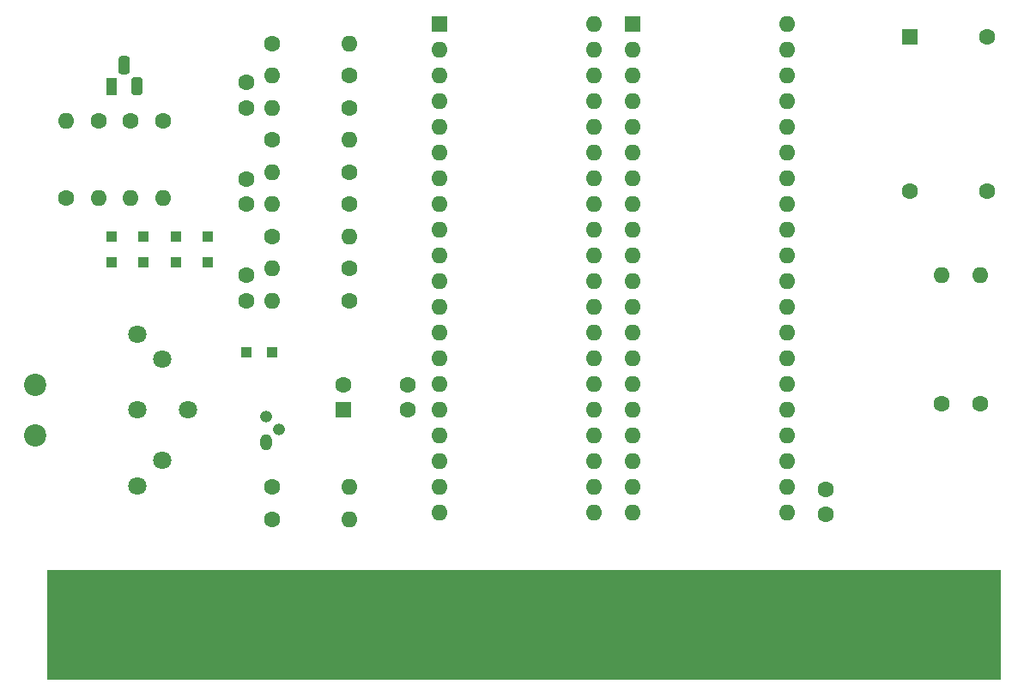
<source format=gts>
G04 #@! TF.GenerationSoftware,KiCad,Pcbnew,(5.1.12)-1*
G04 #@! TF.CreationDate,2025-01-21T15:36:47+00:00*
G04 #@! TF.ProjectId,CPCVideo,43504356-6964-4656-9f2e-6b696361645f,rev?*
G04 #@! TF.SameCoordinates,Original*
G04 #@! TF.FileFunction,Soldermask,Top*
G04 #@! TF.FilePolarity,Negative*
%FSLAX46Y46*%
G04 Gerber Fmt 4.6, Leading zero omitted, Abs format (unit mm)*
G04 Created by KiCad (PCBNEW (5.1.12)-1) date 2025-01-21 15:36:47*
%MOMM*%
%LPD*%
G01*
G04 APERTURE LIST*
%ADD10C,0.100000*%
%ADD11R,1.000000X1.000000*%
%ADD12C,1.600000*%
%ADD13R,1.600000X1.600000*%
%ADD14R,1.600000X10.000000*%
%ADD15C,2.200000*%
%ADD16C,1.800000*%
%ADD17R,1.100000X1.800000*%
%ADD18O,1.200000X1.200000*%
%ADD19O,1.200000X1.600000*%
%ADD20O,1.600000X1.600000*%
G04 APERTURE END LIST*
D10*
G36*
X250190000Y-160550000D02*
G01*
X250190000Y-171345000D01*
X156210000Y-171345000D01*
X156210000Y-160550000D01*
X250190000Y-160550000D01*
G37*
X250190000Y-160550000D02*
X250190000Y-171345000D01*
X156210000Y-171345000D01*
X156210000Y-160550000D01*
X250190000Y-160550000D01*
D11*
X162560000Y-130175000D03*
X162560000Y-127675000D03*
X165735000Y-130175000D03*
X165735000Y-127675000D03*
X168910000Y-130155000D03*
X168910000Y-127655000D03*
X172085000Y-130155000D03*
X172085000Y-127655000D03*
X175915000Y-139065000D03*
X178415000Y-139065000D03*
D12*
X185420000Y-142280000D03*
D13*
X185420000Y-144780000D03*
D14*
X247650000Y-165735000D03*
X245110000Y-165735000D03*
X242570000Y-165735000D03*
X240030000Y-165735000D03*
X237490000Y-165735000D03*
X234950000Y-165735000D03*
X232410000Y-165735000D03*
X229870000Y-165735000D03*
X227330000Y-165735000D03*
X224790000Y-165735000D03*
X222250000Y-165735000D03*
X219710000Y-165735000D03*
X217170000Y-165735000D03*
X214630000Y-165735000D03*
X212090000Y-165735000D03*
X209550000Y-165735000D03*
X207010000Y-165735000D03*
X204470000Y-165735000D03*
X201930000Y-165735000D03*
X199390000Y-165735000D03*
X196850000Y-165735000D03*
X194310000Y-165735000D03*
X191770000Y-165735000D03*
X189230000Y-165735000D03*
X186690000Y-165735000D03*
X184150000Y-165735000D03*
X181610000Y-165735000D03*
X179070000Y-165735000D03*
X176530000Y-165735000D03*
X173990000Y-165735000D03*
X171450000Y-165735000D03*
X168910000Y-165735000D03*
X166370000Y-165735000D03*
X163830000Y-165735000D03*
X161290000Y-165735000D03*
X158750000Y-165735000D03*
D15*
X155100000Y-142280000D03*
X155100000Y-147280000D03*
D16*
X170100000Y-144780000D03*
X165100000Y-137280000D03*
X167600000Y-139780000D03*
X165100000Y-144780000D03*
X167600000Y-149780000D03*
X165100000Y-152280000D03*
D12*
X175895000Y-112435000D03*
X175895000Y-114935000D03*
X175895000Y-121960000D03*
X175895000Y-124460000D03*
X175895000Y-131485000D03*
X175895000Y-133985000D03*
D17*
X162560000Y-112795000D03*
G36*
G01*
X164550000Y-113420000D02*
X164550000Y-112170000D01*
G75*
G02*
X164825000Y-111895000I275000J0D01*
G01*
X165375000Y-111895000D01*
G75*
G02*
X165650000Y-112170000I0J-275000D01*
G01*
X165650000Y-113420000D01*
G75*
G02*
X165375000Y-113695000I-275000J0D01*
G01*
X164825000Y-113695000D01*
G75*
G02*
X164550000Y-113420000I0J275000D01*
G01*
G37*
G36*
G01*
X163280000Y-111350000D02*
X163280000Y-110100000D01*
G75*
G02*
X163555000Y-109825000I275000J0D01*
G01*
X164105000Y-109825000D01*
G75*
G02*
X164380000Y-110100000I0J-275000D01*
G01*
X164380000Y-111350000D01*
G75*
G02*
X164105000Y-111625000I-275000J0D01*
G01*
X163555000Y-111625000D01*
G75*
G02*
X163280000Y-111350000I0J275000D01*
G01*
G37*
D18*
X177800000Y-145415000D03*
X179070000Y-146685000D03*
D19*
X177800000Y-147955000D03*
D20*
X248285000Y-131445000D03*
D12*
X248285000Y-144145000D03*
D20*
X244475000Y-131445000D03*
D12*
X244475000Y-144145000D03*
D20*
X186055000Y-155575000D03*
D12*
X178435000Y-155575000D03*
D20*
X186055000Y-152400000D03*
D12*
X178435000Y-152400000D03*
D20*
X167640000Y-123825000D03*
D12*
X167640000Y-116205000D03*
D20*
X158115000Y-116205000D03*
D12*
X158115000Y-123825000D03*
D20*
X164465000Y-123825000D03*
D12*
X164465000Y-116205000D03*
D20*
X161290000Y-123825000D03*
D12*
X161290000Y-116205000D03*
D20*
X186055000Y-108585000D03*
D12*
X178435000Y-108585000D03*
D20*
X186055000Y-118110000D03*
D12*
X178435000Y-118110000D03*
D20*
X186055000Y-127635000D03*
D12*
X178435000Y-127635000D03*
D20*
X178435000Y-114935000D03*
D12*
X186055000Y-114935000D03*
D20*
X178435000Y-111760000D03*
D12*
X186055000Y-111760000D03*
D20*
X178435000Y-124460000D03*
D12*
X186055000Y-124460000D03*
D20*
X178435000Y-121285000D03*
D12*
X186055000Y-121285000D03*
D20*
X178435000Y-133985000D03*
D12*
X186055000Y-133985000D03*
D20*
X178435000Y-130810000D03*
D12*
X186055000Y-130810000D03*
X241300000Y-123190000D03*
X248920000Y-123190000D03*
X248920000Y-107950000D03*
D13*
X241300000Y-107950000D03*
D20*
X210185000Y-106680000D03*
X194945000Y-154940000D03*
X210185000Y-109220000D03*
X194945000Y-152400000D03*
X210185000Y-111760000D03*
X194945000Y-149860000D03*
X210185000Y-114300000D03*
X194945000Y-147320000D03*
X210185000Y-116840000D03*
X194945000Y-144780000D03*
X210185000Y-119380000D03*
X194945000Y-142240000D03*
X210185000Y-121920000D03*
X194945000Y-139700000D03*
X210185000Y-124460000D03*
X194945000Y-137160000D03*
X210185000Y-127000000D03*
X194945000Y-134620000D03*
X210185000Y-129540000D03*
X194945000Y-132080000D03*
X210185000Y-132080000D03*
X194945000Y-129540000D03*
X210185000Y-134620000D03*
X194945000Y-127000000D03*
X210185000Y-137160000D03*
X194945000Y-124460000D03*
X210185000Y-139700000D03*
X194945000Y-121920000D03*
X210185000Y-142240000D03*
X194945000Y-119380000D03*
X210185000Y-144780000D03*
X194945000Y-116840000D03*
X210185000Y-147320000D03*
X194945000Y-114300000D03*
X210185000Y-149860000D03*
X194945000Y-111760000D03*
X210185000Y-152400000D03*
X194945000Y-109220000D03*
X210185000Y-154940000D03*
D13*
X194945000Y-106680000D03*
D20*
X229235000Y-106680000D03*
X213995000Y-154940000D03*
X229235000Y-109220000D03*
X213995000Y-152400000D03*
X229235000Y-111760000D03*
X213995000Y-149860000D03*
X229235000Y-114300000D03*
X213995000Y-147320000D03*
X229235000Y-116840000D03*
X213995000Y-144780000D03*
X229235000Y-119380000D03*
X213995000Y-142240000D03*
X229235000Y-121920000D03*
X213995000Y-139700000D03*
X229235000Y-124460000D03*
X213995000Y-137160000D03*
X229235000Y-127000000D03*
X213995000Y-134620000D03*
X229235000Y-129540000D03*
X213995000Y-132080000D03*
X229235000Y-132080000D03*
X213995000Y-129540000D03*
X229235000Y-134620000D03*
X213995000Y-127000000D03*
X229235000Y-137160000D03*
X213995000Y-124460000D03*
X229235000Y-139700000D03*
X213995000Y-121920000D03*
X229235000Y-142240000D03*
X213995000Y-119380000D03*
X229235000Y-144780000D03*
X213995000Y-116840000D03*
X229235000Y-147320000D03*
X213995000Y-114300000D03*
X229235000Y-149860000D03*
X213995000Y-111760000D03*
X229235000Y-152400000D03*
X213995000Y-109220000D03*
X229235000Y-154940000D03*
D13*
X213995000Y-106680000D03*
D12*
X233045000Y-155090500D03*
X233045000Y-152590500D03*
X191770000Y-142280000D03*
X191770000Y-144780000D03*
M02*

</source>
